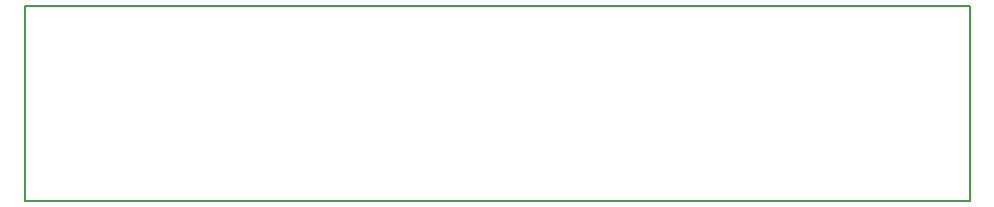
<source format=gbr>
%TF.GenerationSoftware,KiCad,Pcbnew,8.0.7*%
%TF.CreationDate,2025-03-25T18:02:39+10:00*%
%TF.ProjectId,Sensor_array,53656e73-6f72-45f6-9172-7261792e6b69,rev?*%
%TF.SameCoordinates,Original*%
%TF.FileFunction,Profile,NP*%
%FSLAX46Y46*%
G04 Gerber Fmt 4.6, Leading zero omitted, Abs format (unit mm)*
G04 Created by KiCad (PCBNEW 8.0.7) date 2025-03-25 18:02:39*
%MOMM*%
%LPD*%
G01*
G04 APERTURE LIST*
%TA.AperFunction,Profile*%
%ADD10C,0.200000*%
%TD*%
G04 APERTURE END LIST*
D10*
X100000000Y-81500000D02*
X180000000Y-81500000D01*
X180000000Y-98000000D01*
X100000000Y-98000000D01*
X100000000Y-81500000D01*
M02*

</source>
